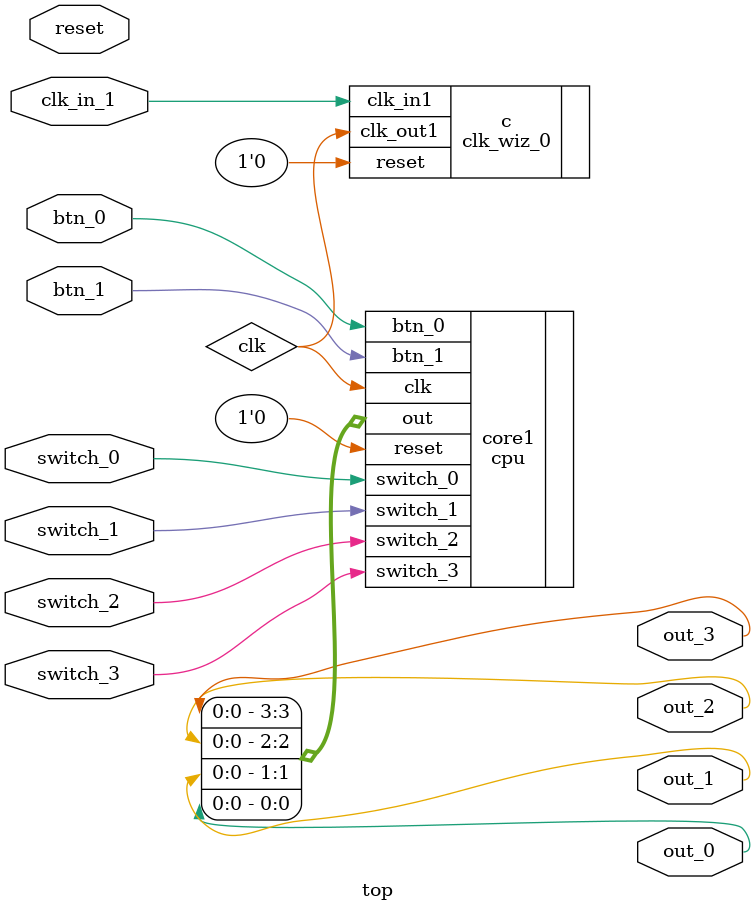
<source format=v>
`timescale 1ns / 1ps


module top(
    input clk_in_1,
    input reset,
    input switch_0,
    input switch_1,
    input switch_2,
    input switch_3,
    input btn_0,
    input btn_1,
    output out_3,
    output out_2,
    output out_1,
    output out_0
    );
    
    wire clk;
    
    
    clk_wiz_0 c(.clk_in1(clk_in_1), .reset(1'b0), .clk_out1(clk));
        
    cpu core1(
        .clk(clk), 
        .reset(1'b0), 
        .btn_0(btn_0), 
        .btn_1(btn_1), 
        .switch_0(switch_0), 
        .switch_1(switch_1), 
        .switch_2(switch_2), 
        .switch_3(switch_3), 
        .out({out_3, out_2, out_1, out_0})
        );
    
endmodule

</source>
